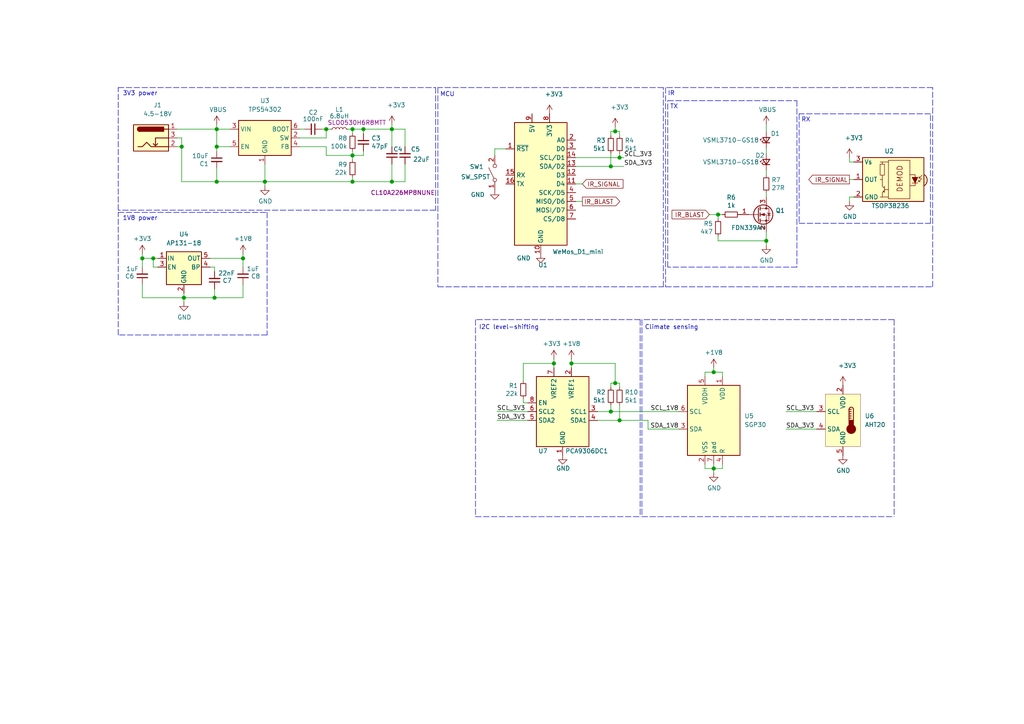
<source format=kicad_sch>
(kicad_sch (version 20210126) (generator eeschema)
  (paper "A4")
  (title_block (title "WiFIR") (rev "0.3") (comment 4 "WiFi connected IR blaster / reciever"))
  (lib_symbols
    (symbol "Connector:Barrel_Jack_Switch" (pin_names hide)
      (property "Reference" "J" (at 0 5.334 0))
      (property "Value" "Barrel_Jack_Switch" (at 0 -5.08 0))
      (symbol "Barrel_Jack_Switch_0_1"
        (arc (start -3.302 3.175) (end -3.302 1.905) (radius (at -3.302 2.54) (length 0.635) (angles 90.1 -90.1)) (stroke (width 0.254)) (fill (type outline)))
        (arc (start -3.302 3.175) (end -3.302 1.905) (radius (at -3.302 2.54) (length 0.635) (angles 90.1 -90.1)) (stroke (width 0.254)))
        (rectangle (start -5.08 3.81) (end 5.08 -3.81) (stroke (width 0.254)) (fill (type background)))
        (rectangle (start 3.683 3.175) (end -3.302 1.905) (stroke (width 0.254)) (fill (type outline)))
        (polyline (pts (xy 1.27 -2.286) (xy 1.905 -1.651)) (stroke (width 0.254)))
        (polyline (pts (xy 5.08 2.54) (xy 3.81 2.54)) (stroke (width 0.254)))
        (polyline (pts (xy 5.08 0) (xy 1.27 0) (xy 1.27 -2.286) (xy 0.635 -1.651)) (stroke (width 0.254)))
        (polyline (pts (xy -3.81 -2.54) (xy -2.54 -2.54) (xy -1.27 -1.27) (xy 0 -2.54) (xy 2.54 -2.54) (xy 5.08 -2.54)) (stroke (width 0.254)))
      )
      (symbol "Barrel_Jack_Switch_1_1"
        (pin passive line (at 7.62 2.54 180) (length 2.54) (name "~") (number "1"))
        (pin passive line (at 7.62 -2.54 180) (length 2.54) (name "~") (number "2"))
        (pin passive line (at 7.62 0 180) (length 2.54) (name "~") (number "3"))
      )
    )
    (symbol "Device:C_Small" (pin_numbers hide) (pin_names (offset 0.254) hide)
      (property "Reference" "C" (at 0.254 1.778 0))
      (property "Value" "C_Small" (at 0.254 -2.032 0))
      (symbol "C_Small_0_1"
        (polyline (pts (xy -1.524 -0.508) (xy 1.524 -0.508)) (stroke (width 0.3302)))
        (polyline (pts (xy -1.524 0.508) (xy 1.524 0.508)) (stroke (width 0.3048)))
      )
      (symbol "C_Small_1_1"
        (pin passive line (at 0 2.54 270) (length 2.032) (name "~") (number "1"))
        (pin passive line (at 0 -2.54 90) (length 2.032) (name "~") (number "2"))
      )
    )
    (symbol "Device:LED_Small" (pin_numbers hide) (pin_names (offset 0.254) hide)
      (property "Reference" "D" (at -1.27 3.175 0))
      (property "Value" "LED_Small" (at -4.445 -2.54 0))
      (symbol "LED_Small_0_1"
        (polyline (pts (xy -0.762 -1.016) (xy -0.762 1.016)) (stroke (width 0.254)))
        (polyline (pts (xy 1.016 0) (xy -0.762 0)))
        (polyline (pts (xy 0.762 -1.016) (xy -0.762 0) (xy 0.762 1.016) (xy 0.762 -1.016)) (stroke (width 0.254)))
        (polyline (pts (xy 0 0.762) (xy -0.508 1.27) (xy -0.254 1.27) (xy -0.508 1.27) (xy -0.508 1.016)))
        (polyline (pts (xy 0.508 1.27) (xy 0 1.778) (xy 0.254 1.778) (xy 0 1.778) (xy 0 1.524)))
      )
      (symbol "LED_Small_1_1"
        (pin passive line (at -2.54 0 0) (length 1.778) (name "K") (number "1"))
        (pin passive line (at 2.54 0 180) (length 1.778) (name "A") (number "2"))
      )
    )
    (symbol "Device:L_Small" (pin_numbers hide) (pin_names (offset 0.254) hide)
      (property "Reference" "L" (at 0.762 1.016 0))
      (property "Value" "L_Small" (at 0.762 -1.016 0))
      (symbol "L_Small_0_1"
        (arc (start 0 -2.032) (end 0 -1.016) (radius (at 0 -1.524) (length 0.508) (angles -89.9 89.9)))
        (arc (start 0 -1.016) (end 0 0) (radius (at 0 -0.508) (length 0.508) (angles -89.9 89.9)))
        (arc (start 0 0) (end 0 1.016) (radius (at 0 0.508) (length 0.508) (angles -89.9 89.9)))
        (arc (start 0 1.016) (end 0 2.032) (radius (at 0 1.524) (length 0.508) (angles -89.9 89.9)))
      )
      (symbol "L_Small_1_1"
        (pin passive line (at 0 2.54 270) (length 0.508) (name "~") (number "1"))
        (pin passive line (at 0 -2.54 90) (length 0.508) (name "~") (number "2"))
      )
    )
    (symbol "Device:Q_NMOS_GSD" (pin_names (offset 0) hide)
      (property "Reference" "Q" (at 5.08 1.27 0))
      (property "Value" "Q_NMOS_GSD" (at 5.08 -1.27 0))
      (symbol "Q_NMOS_GSD_0_1"
        (circle (center 1.651 0) (radius 2.794) (stroke (width 0.254)))
        (circle (center 2.54 -1.778) (radius 0.254) (fill (type outline)))
        (circle (center 2.54 1.778) (radius 0.254) (fill (type outline)))
        (polyline (pts (xy 0.254 0) (xy -2.54 0)))
        (polyline (pts (xy 0.254 1.905) (xy 0.254 -1.905)) (stroke (width 0.254)))
        (polyline (pts (xy 0.762 -1.27) (xy 0.762 -2.286)) (stroke (width 0.254)))
        (polyline (pts (xy 0.762 0.508) (xy 0.762 -0.508)) (stroke (width 0.254)))
        (polyline (pts (xy 0.762 2.286) (xy 0.762 1.27)) (stroke (width 0.254)))
        (polyline (pts (xy 2.54 2.54) (xy 2.54 1.778)))
        (polyline (pts (xy 2.54 -2.54) (xy 2.54 0) (xy 0.762 0)))
        (polyline (pts (xy 0.762 -1.778) (xy 3.302 -1.778) (xy 3.302 1.778) (xy 0.762 1.778)))
        (polyline (pts (xy 1.016 0) (xy 2.032 0.381) (xy 2.032 -0.381) (xy 1.016 0)) (fill (type outline)))
        (polyline (pts (xy 2.794 0.508) (xy 2.921 0.381) (xy 3.683 0.381) (xy 3.81 0.254)))
        (polyline (pts (xy 3.302 0.381) (xy 2.921 -0.254) (xy 3.683 -0.254) (xy 3.302 0.381)))
      )
      (symbol "Q_NMOS_GSD_1_1"
        (pin input line (at -5.08 0 0) (length 2.54) (name "G") (number "1"))
        (pin passive line (at 2.54 -5.08 90) (length 2.54) (name "S") (number "2"))
        (pin passive line (at 2.54 5.08 270) (length 2.54) (name "D") (number "3"))
      )
    )
    (symbol "Device:R_Small" (pin_numbers hide) (pin_names (offset 0.254) hide)
      (property "Reference" "R" (at 0.762 0.508 0))
      (property "Value" "R_Small" (at 0.762 -1.016 0))
      (symbol "R_Small_0_1"
        (rectangle (start -0.762 1.778) (end 0.762 -1.778) (stroke (width 0.2032)))
      )
      (symbol "R_Small_1_1"
        (pin passive line (at 0 2.54 270) (length 0.762) (name "~") (number "1"))
        (pin passive line (at 0 -2.54 90) (length 0.762) (name "~") (number "2"))
      )
    )
    (symbol "Interface:PCA9306DC1"
      (property "Reference" "U" (at -7.62 11.43 0))
      (property "Value" "PCA9306DC1" (at 3.81 11.43 0))
      (symbol "PCA9306DC1_0_1"
        (rectangle (start -7.62 10.16) (end 7.62 -10.16) (stroke (width 0.254)) (fill (type background)))
      )
      (symbol "PCA9306DC1_1_1"
        (pin power_in line (at 0 -12.7 90) (length 2.54) (name "GND") (number "1"))
        (pin power_in line (at -2.54 12.7 270) (length 2.54) (name "VREF1") (number "2"))
        (pin bidirectional line (at -10.16 0 0) (length 2.54) (name "SCL1") (number "3"))
        (pin bidirectional line (at -10.16 -2.54 0) (length 2.54) (name "SDA1") (number "4"))
        (pin bidirectional line (at 10.16 -2.54 180) (length 2.54) (name "SDA2") (number "5"))
        (pin bidirectional line (at 10.16 0 180) (length 2.54) (name "SCL2") (number "6"))
        (pin power_in line (at 2.54 12.7 270) (length 2.54) (name "VREF2") (number "7"))
        (pin input line (at 10.16 2.54 180) (length 2.54) (name "EN") (number "8"))
      )
    )
    (symbol "Interface_Optical:TSOP382xx"
      (property "Reference" "U" (at -10.16 7.62 0))
      (property "Value" "TSOP382xx" (at -10.16 -7.62 0))
      (symbol "TSOP382xx_0_0"
        (arc (start -10.287 1.397) (end -10.287 -1.778) (radius (at -9.144 -0.1778) (length 1.9558) (angles 126 -125.5)) (stroke (width 0.254)) (fill (type background)))
        (text "DEMOD" (at -3.175 0.254 900) (effects (font (size 1.524 1.524))))
        (polyline (pts (xy 1.905 -5.08) (xy 0.127 -5.08)))
        (polyline (pts (xy 1.905 5.08) (xy 0.127 5.08)))
      )
      (symbol "TSOP382xx_0_1"
        (rectangle (start -6.096 5.588) (end 0.127 -5.588))
        (rectangle (start 2.54 1.27) (end 1.27 4.445))
        (rectangle (start 7.62 6.35) (end -10.16 -6.35) (stroke (width 0.254)) (fill (type background)))
        (polyline (pts (xy -8.763 0.381) (xy -9.652 1.27)))
        (polyline (pts (xy -8.763 0.381) (xy -9.271 0.381)))
        (polyline (pts (xy -8.763 0.381) (xy -8.763 0.889)))
        (polyline (pts (xy -8.636 -0.635) (xy -9.525 0.254)))
        (polyline (pts (xy -8.636 -0.635) (xy -9.144 -0.635)))
        (polyline (pts (xy -8.636 -0.635) (xy -8.636 -0.127)))
        (polyline (pts (xy -8.382 -1.016) (xy -6.731 -1.016)))
        (polyline (pts (xy 1.27 -2.921) (xy 0.127 -2.921)))
        (polyline (pts (xy 1.27 -1.905) (xy 1.27 -3.81)))
        (polyline (pts (xy 1.397 -3.556) (xy 1.524 -3.556)))
        (polyline (pts (xy 1.651 -3.556) (xy 1.524 -3.556)))
        (polyline (pts (xy 1.651 -3.556) (xy 1.651 -3.302)))
        (polyline (pts (xy 1.905 0) (xy 1.905 1.27)))
        (polyline (pts (xy 1.905 4.445) (xy 1.905 5.08) (xy 2.54 5.08)))
        (polyline (pts (xy -8.382 0.635) (xy -6.731 0.635) (xy -7.62 -1.016) (xy -8.382 0.635)) (fill (type outline)))
        (polyline (pts (xy -6.096 1.397) (xy -7.62 1.397) (xy -7.62 -1.778) (xy -6.096 -1.778)))
        (polyline (pts (xy 1.27 -3.175) (xy 1.905 -3.81) (xy 1.905 -5.08) (xy 2.54 -5.08)))
        (polyline (pts (xy 1.27 -2.54) (xy 1.905 -1.905) (xy 1.905 0) (xy 2.54 0)))
      )
      (symbol "TSOP382xx_1_1"
        (pin output line (at 10.16 0 180) (length 2.54) (name "OUT") (number "1"))
        (pin power_in line (at 10.16 -5.08 180) (length 2.54) (name "GND") (number "2"))
        (pin power_in line (at 10.16 5.08 180) (length 2.54) (name "Vs") (number "3"))
      )
    )
    (symbol "MCU_Module:WeMos_D1_mini"
      (property "Reference" "U" (at 3.81 19.05 0))
      (property "Value" "WeMos_D1_mini" (at 1.27 -19.05 0))
      (symbol "WeMos_D1_mini_1_1"
        (rectangle (start -7.62 17.78) (end 7.62 -17.78) (stroke (width 0.254)) (fill (type background)))
        (pin input line (at -10.16 10.16 0) (length 2.54) (name "~RST") (number "1"))
        (pin power_in line (at 0 -20.32 90) (length 2.54) (name "GND") (number "10"))
        (pin bidirectional line (at 10.16 0 180) (length 2.54) (name "D4") (number "11"))
        (pin bidirectional line (at 10.16 2.54 180) (length 2.54) (name "D3") (number "12"))
        (pin bidirectional line (at 10.16 5.08 180) (length 2.54) (name "SDA/D2") (number "13"))
        (pin bidirectional line (at 10.16 7.62 180) (length 2.54) (name "SCL/D1") (number "14"))
        (pin input line (at -10.16 2.54 0) (length 2.54) (name "RX") (number "15"))
        (pin output line (at -10.16 0 0) (length 2.54) (name "TX") (number "16"))
        (pin input line (at 10.16 12.7 180) (length 2.54) (name "A0") (number "2"))
        (pin bidirectional line (at 10.16 10.16 180) (length 2.54) (name "D0") (number "3"))
        (pin bidirectional line (at 10.16 -2.54 180) (length 2.54) (name "SCK/D5") (number "4"))
        (pin bidirectional line (at 10.16 -5.08 180) (length 2.54) (name "MISO/D6") (number "5"))
        (pin bidirectional line (at 10.16 -7.62 180) (length 2.54) (name "MOSI/D7") (number "6"))
        (pin bidirectional line (at 10.16 -10.16 180) (length 2.54) (name "CS/D8") (number "7"))
        (pin power_out line (at 2.54 20.32 270) (length 2.54) (name "3V3") (number "8"))
        (pin power_in line (at -2.54 20.32 270) (length 2.54) (name "5V") (number "9"))
      )
    )
    (symbol "Regulator_Linear:AP131-18" (pin_names (offset 0.254))
      (property "Reference" "U" (at -3.81 5.715 0))
      (property "Value" "AP131-18" (at 0 5.715 0))
      (symbol "AP131-18_0_1"
        (rectangle (start -5.08 4.445) (end 5.08 -5.08) (stroke (width 0.254)) (fill (type background)))
      )
      (symbol "AP131-18_1_1"
        (pin power_in line (at -7.62 2.54 0) (length 2.54) (name "IN") (number "1"))
        (pin power_in line (at 0 -7.62 90) (length 2.54) (name "GND") (number "2"))
        (pin input line (at -7.62 0 0) (length 2.54) (name "EN") (number "3"))
        (pin input line (at 7.62 0 180) (length 2.54) (name "BP") (number "4"))
        (pin power_out line (at 7.62 2.54 180) (length 2.54) (name "OUT") (number "5"))
      )
    )
    (symbol "Regulator_Switching:TPS54302"
      (property "Reference" "U" (at -7.62 6.35 0))
      (property "Value" "TPS54302" (at 0 6.35 0))
      (symbol "TPS54302_0_1"
        (rectangle (start -7.62 5.08) (end 7.62 -5.08) (stroke (width 0.254)) (fill (type background)))
      )
      (symbol "TPS54302_1_1"
        (pin power_in line (at 0 -7.62 90) (length 2.54) (name "GND") (number "1"))
        (pin power_out line (at 10.16 0 180) (length 2.54) (name "SW") (number "2"))
        (pin power_in line (at -10.16 2.54 0) (length 2.54) (name "VIN") (number "3"))
        (pin input line (at 10.16 -2.54 180) (length 2.54) (name "FB") (number "4"))
        (pin input line (at -10.16 -2.54 0) (length 2.54) (name "EN") (number "5"))
        (pin passive line (at 10.16 2.54 180) (length 2.54) (name "BOOT") (number "6"))
      )
    )
    (symbol "Sensor:SGP30"
      (property "Reference" "U" (at -38.1 -27.94 0))
      (property "Value" "SGP30" (at -38.1 -27.94 0))
      (symbol "SGP30_0_1"
        (rectangle (start -7.62 10.16) (end 7.62 -10.16) (stroke (width 0.254)) (fill (type background)))
      )
      (symbol "SGP30_1_1"
        (pin power_in line (at 2.54 12.7 270) (length 2.54) (name "VDD") (number "1"))
        (pin power_in line (at -2.54 12.7 270) (length 2.54) (name "VDDH") (number "5"))
        (pin power_in line (at -2.54 -12.7 90) (length 2.54) (name "VSS") (number "2"))
        (pin input line (at 2.54 -12.7 90) (length 2.54) (name "R") (number "4"))
        (pin input line (at -10.16 2.54 0) (length 2.54) (name "SCL") (number "6"))
        (pin input line (at -10.16 -2.54 0) (length 2.54) (name "SDA") (number "3"))
        (pin power_in line (at 0 -12.7 90) (length 2.54) (name "pad") (number "7"))
      )
    )
    (symbol "Sensor_Temperature:AHT20"
      (property "Reference" "U" (at -5.08 10.16 0))
      (property "Value" "AHT20" (at 5.08 10.16 0))
      (symbol "AHT20_0_1"
        (arc (start 3.048 3.175) (end 1.778 3.175) (radius (at 2.413 3.175) (length 0.635) (angles 0.1 179.9)) (stroke (width 0.254)))
        (circle (center 2.413 -2.54) (radius 1.27) (stroke (width 0.254)) (fill (type outline)))
        (rectangle (start 3.048 -1.905) (end 1.778 0) (stroke (width 0.254)) (fill (type outline)))
        (rectangle (start -5.08 7.62) (end 5.08 -7.62) (stroke (width 0.001)) (fill (type background)))
        (polyline (pts (xy 1.778 0.635) (xy 2.413 0.635)) (stroke (width 0.254)))
        (polyline (pts (xy 1.778 1.27) (xy 2.413 1.27)) (stroke (width 0.254)))
        (polyline (pts (xy 1.778 1.905) (xy 2.413 1.905)) (stroke (width 0.254)))
        (polyline (pts (xy 1.778 2.54) (xy 2.413 2.54)) (stroke (width 0.254)))
        (polyline (pts (xy 1.778 3.175) (xy 1.778 0)) (stroke (width 0.254)))
        (polyline (pts (xy 1.778 3.175) (xy 2.413 3.175)) (stroke (width 0.254)))
        (polyline (pts (xy 3.048 3.175) (xy 3.048 0)) (stroke (width 0.254)))
      )
      (symbol "AHT20_1_1"
        (pin no_connect line (at -7.62 5.08 0) (length 2.54) hide (name "~") (number "1"))
        (pin power_in line (at 0 10.16 270) (length 2.54) (name "VDD") (number "2"))
        (pin open_collector line (at -7.62 2.54 0) (length 2.54) (name "SCL") (number "3"))
        (pin power_in line (at 0 -10.16 90) (length 2.54) (name "GND") (number "5"))
        (pin input line (at -7.62 -2.54 0) (length 2.54) (name "SDA") (number "4"))
        (pin no_connect line (at -7.62 -5.08 0) (length 2.54) hide (name "~") (number "6"))
      )
    )
    (symbol "Switch:SW_SPST" (pin_names (offset 0) hide)
      (property "Reference" "SW" (at 0 3.175 0))
      (property "Value" "SW_SPST" (at 0 -2.54 0))
      (symbol "SW_SPST_0_0"
        (circle (center -2.032 0) (radius 0.508))
        (circle (center 2.032 0) (radius 0.508))
        (polyline (pts (xy -1.524 0.254) (xy 1.524 1.778)))
      )
      (symbol "SW_SPST_1_1"
        (pin passive line (at -5.08 0 0) (length 2.54) (name "A") (number "1"))
        (pin passive line (at 5.08 0 180) (length 2.54) (name "B") (number "2"))
      )
    )
    (symbol "power:+1V8" (power) (pin_names (offset 0))
      (property "Value" "+1V8" (at 0 3.556 0))
      (symbol "+1V8_0_1"
        (polyline (pts (xy -0.762 1.27) (xy 0 2.54)))
        (polyline (pts (xy 0 0) (xy 0 2.54)))
        (polyline (pts (xy 0 2.54) (xy 0.762 1.27)))
      )
      (symbol "+1V8_1_1"
        (pin power_in line (at 0 0 90) (length 0) hide (name "+1V8") (number "1"))
      )
    )
    (symbol "power:+3V3" (power) (pin_names (offset 0))
      (property "Value" "+3V3" (at 0 3.556 0))
      (symbol "+3V3_0_1"
        (polyline (pts (xy -0.762 1.27) (xy 0 2.54)))
        (polyline (pts (xy 0 0) (xy 0 2.54)))
        (polyline (pts (xy 0 2.54) (xy 0.762 1.27)))
      )
      (symbol "+3V3_1_1"
        (pin power_in line (at 0 0 90) (length 0) hide (name "+3V3") (number "1"))
      )
    )
    (symbol "power:GND" (power) (pin_names (offset 0))
      (property "Value" "GND" (at 0 -3.81 0))
      (symbol "GND_0_1"
        (polyline (pts (xy 0 0) (xy 0 -1.27) (xy 1.27 -1.27) (xy 0 -2.54) (xy -1.27 -1.27) (xy 0 -1.27)))
      )
      (symbol "GND_1_1"
        (pin power_in line (at 0 0 270) (length 0) hide (name "GND") (number "1"))
      )
    )
    (symbol "power:VBUS" (power) (pin_names (offset 0))
      (property "Value" "VBUS" (at 0 3.81 0))
      (symbol "VBUS_0_1"
        (polyline (pts (xy -0.762 1.27) (xy 0 2.54)))
        (polyline (pts (xy 0 0) (xy 0 2.54)))
        (polyline (pts (xy 0 2.54) (xy 0.762 1.27)))
      )
      (symbol "VBUS_1_1"
        (pin power_in line (at 0 0 90) (length 0) hide (name "VBUS") (number "1"))
      )
    )
  )
  (junction (at 41.275 74.93) (diameter 1.016))
  (junction (at 44.45 74.93) (diameter 1.016))
  (junction (at 52.705 42.545) (diameter 1.016))
  (junction (at 53.34 86.36) (diameter 1.016))
  (junction (at 62.23 86.36) (diameter 1.016))
  (junction (at 62.865 37.465) (diameter 1.016))
  (junction (at 62.865 42.545) (diameter 1.016))
  (junction (at 62.865 52.705) (diameter 1.016))
  (junction (at 70.485 74.93) (diameter 1.016))
  (junction (at 76.835 52.705) (diameter 1.016))
  (junction (at 94.615 37.465) (diameter 1.016))
  (junction (at 102.235 37.465) (diameter 1.016))
  (junction (at 102.235 45.085) (diameter 1.016))
  (junction (at 102.235 52.705) (diameter 1.016))
  (junction (at 105.41 37.465) (diameter 1.016))
  (junction (at 113.665 37.465) (diameter 1.016))
  (junction (at 113.665 52.705) (diameter 1.016))
  (junction (at 160.655 105.41) (diameter 1.016))
  (junction (at 165.735 105.41) (diameter 1.016))
  (junction (at 177.165 48.26) (diameter 1.016))
  (junction (at 177.165 119.38) (diameter 1.016))
  (junction (at 178.435 38.1) (diameter 1.016))
  (junction (at 178.435 111.125) (diameter 1.016))
  (junction (at 179.705 45.72) (diameter 1.016))
  (junction (at 179.705 121.92) (diameter 1.016))
  (junction (at 207.01 107.95) (diameter 1.016))
  (junction (at 207.01 135.89) (diameter 1.016))
  (junction (at 208.28 62.23) (diameter 1.016))
  (junction (at 222.25 69.85) (diameter 1.016))
  (wire (pts (xy 41.275 73.66) (xy 41.275 74.93)))
  (wire (pts (xy 41.275 74.93) (xy 44.45 74.93)))
  (wire (pts (xy 41.275 77.47) (xy 41.275 74.93)))
  (wire (pts (xy 41.275 82.55) (xy 41.275 86.36)))
  (wire (pts (xy 41.275 86.36) (xy 53.34 86.36)))
  (wire (pts (xy 44.45 74.93) (xy 45.72 74.93)))
  (wire (pts (xy 44.45 77.47) (xy 44.45 74.93)))
  (wire (pts (xy 45.72 77.47) (xy 44.45 77.47)))
  (wire (pts (xy 51.435 37.465) (xy 62.865 37.465)))
  (wire (pts (xy 51.435 40.005) (xy 52.705 40.005)))
  (wire (pts (xy 51.435 42.545) (xy 52.705 42.545)))
  (wire (pts (xy 52.705 40.005) (xy 52.705 42.545)))
  (wire (pts (xy 52.705 42.545) (xy 52.705 52.705)))
  (wire (pts (xy 52.705 52.705) (xy 62.865 52.705)))
  (wire (pts (xy 53.34 85.09) (xy 53.34 86.36)))
  (wire (pts (xy 53.34 86.36) (xy 53.34 87.63)))
  (wire (pts (xy 53.34 86.36) (xy 62.23 86.36)))
  (wire (pts (xy 60.96 74.93) (xy 70.485 74.93)))
  (wire (pts (xy 62.23 77.47) (xy 60.96 77.47)))
  (wire (pts (xy 62.23 78.74) (xy 62.23 77.47)))
  (wire (pts (xy 62.23 86.36) (xy 62.23 83.82)))
  (wire (pts (xy 62.865 36.195) (xy 62.865 37.465)))
  (wire (pts (xy 62.865 37.465) (xy 62.865 42.545)))
  (wire (pts (xy 62.865 37.465) (xy 66.675 37.465)))
  (wire (pts (xy 62.865 42.545) (xy 62.865 43.815)))
  (wire (pts (xy 62.865 42.545) (xy 66.675 42.545)))
  (wire (pts (xy 62.865 48.895) (xy 62.865 52.705)))
  (wire (pts (xy 70.485 74.93) (xy 70.485 73.66)))
  (wire (pts (xy 70.485 74.93) (xy 70.485 77.47)))
  (wire (pts (xy 70.485 82.55) (xy 70.485 86.36)))
  (wire (pts (xy 70.485 86.36) (xy 62.23 86.36)))
  (wire (pts (xy 76.835 47.625) (xy 76.835 52.705)))
  (wire (pts (xy 76.835 52.705) (xy 62.865 52.705)))
  (wire (pts (xy 76.835 52.705) (xy 76.835 53.975)))
  (wire (pts (xy 86.995 37.465) (xy 88.265 37.465)))
  (wire (pts (xy 86.995 40.005) (xy 94.615 40.005)))
  (wire (pts (xy 86.995 42.545) (xy 94.615 42.545)))
  (wire (pts (xy 93.345 37.465) (xy 94.615 37.465)))
  (wire (pts (xy 94.615 37.465) (xy 94.615 40.005)))
  (wire (pts (xy 94.615 37.465) (xy 95.885 37.465)))
  (wire (pts (xy 94.615 42.545) (xy 94.615 45.085)))
  (wire (pts (xy 94.615 45.085) (xy 102.235 45.085)))
  (wire (pts (xy 100.965 37.465) (xy 102.235 37.465)))
  (wire (pts (xy 102.235 37.465) (xy 105.41 37.465)))
  (wire (pts (xy 102.235 38.735) (xy 102.235 37.465)))
  (wire (pts (xy 102.235 43.815) (xy 102.235 45.085)))
  (wire (pts (xy 102.235 45.085) (xy 102.235 46.355)))
  (wire (pts (xy 102.235 45.085) (xy 105.41 45.085)))
  (wire (pts (xy 102.235 51.435) (xy 102.235 52.705)))
  (wire (pts (xy 102.235 52.705) (xy 76.835 52.705)))
  (wire (pts (xy 102.235 52.705) (xy 113.665 52.705)))
  (wire (pts (xy 105.41 37.465) (xy 105.41 38.735)))
  (wire (pts (xy 105.41 37.465) (xy 113.665 37.465)))
  (wire (pts (xy 105.41 45.085) (xy 105.41 43.815)))
  (wire (pts (xy 113.665 36.195) (xy 113.665 37.465)))
  (wire (pts (xy 113.665 37.465) (xy 113.665 42.545)))
  (wire (pts (xy 113.665 37.465) (xy 117.475 37.465)))
  (wire (pts (xy 113.665 47.625) (xy 113.665 52.705)))
  (wire (pts (xy 117.475 37.465) (xy 117.475 42.545)))
  (wire (pts (xy 117.475 47.625) (xy 117.475 52.705)))
  (wire (pts (xy 117.475 52.705) (xy 113.665 52.705)))
  (wire (pts (xy 143.51 43.18) (xy 146.685 43.18)))
  (wire (pts (xy 143.51 45.085) (xy 143.51 43.18)))
  (wire (pts (xy 144.145 119.38) (xy 153.035 119.38)))
  (wire (pts (xy 144.145 121.92) (xy 153.035 121.92)))
  (wire (pts (xy 151.765 105.41) (xy 151.765 110.49)))
  (wire (pts (xy 151.765 115.57) (xy 151.765 116.84)))
  (wire (pts (xy 151.765 116.84) (xy 153.035 116.84)))
  (wire (pts (xy 160.655 104.14) (xy 160.655 105.41)))
  (wire (pts (xy 160.655 105.41) (xy 151.765 105.41)))
  (wire (pts (xy 160.655 106.68) (xy 160.655 105.41)))
  (wire (pts (xy 165.735 104.14) (xy 165.735 105.41)))
  (wire (pts (xy 165.735 105.41) (xy 165.735 106.68)))
  (wire (pts (xy 167.005 45.72) (xy 179.705 45.72)))
  (wire (pts (xy 167.005 48.26) (xy 177.165 48.26)))
  (wire (pts (xy 167.005 53.34) (xy 168.91 53.34)))
  (wire (pts (xy 167.005 58.42) (xy 168.91 58.42)))
  (wire (pts (xy 173.355 119.38) (xy 177.165 119.38)))
  (wire (pts (xy 177.165 38.1) (xy 178.435 38.1)))
  (wire (pts (xy 177.165 39.37) (xy 177.165 38.1)))
  (wire (pts (xy 177.165 44.45) (xy 177.165 48.26)))
  (wire (pts (xy 177.165 48.26) (xy 180.975 48.26)))
  (wire (pts (xy 177.165 111.125) (xy 177.165 112.395)))
  (wire (pts (xy 177.165 117.475) (xy 177.165 119.38)))
  (wire (pts (xy 177.165 119.38) (xy 196.85 119.38)))
  (wire (pts (xy 178.435 38.1) (xy 178.435 36.83)))
  (wire (pts (xy 178.435 38.1) (xy 179.705 38.1)))
  (wire (pts (xy 178.435 105.41) (xy 165.735 105.41)))
  (wire (pts (xy 178.435 111.125) (xy 177.165 111.125)))
  (wire (pts (xy 178.435 111.125) (xy 178.435 105.41)))
  (wire (pts (xy 179.705 38.1) (xy 179.705 39.37)))
  (wire (pts (xy 179.705 45.72) (xy 179.705 44.45)))
  (wire (pts (xy 179.705 111.125) (xy 178.435 111.125)))
  (wire (pts (xy 179.705 112.395) (xy 179.705 111.125)))
  (wire (pts (xy 179.705 117.475) (xy 179.705 121.92)))
  (wire (pts (xy 179.705 121.92) (xy 173.355 121.92)))
  (wire (pts (xy 180.975 45.72) (xy 179.705 45.72)))
  (wire (pts (xy 187.96 121.92) (xy 179.705 121.92)))
  (wire (pts (xy 187.96 124.46) (xy 187.96 121.92)))
  (wire (pts (xy 196.85 124.46) (xy 187.96 124.46)))
  (wire (pts (xy 204.47 107.95) (xy 204.47 109.22)))
  (wire (pts (xy 204.47 134.62) (xy 204.47 135.89)))
  (wire (pts (xy 204.47 135.89) (xy 207.01 135.89)))
  (wire (pts (xy 207.01 106.68) (xy 207.01 107.95)))
  (wire (pts (xy 207.01 107.95) (xy 204.47 107.95)))
  (wire (pts (xy 207.01 107.95) (xy 209.55 107.95)))
  (wire (pts (xy 207.01 134.62) (xy 207.01 135.89)))
  (wire (pts (xy 207.01 135.89) (xy 207.01 137.16)))
  (wire (pts (xy 207.01 135.89) (xy 209.55 135.89)))
  (wire (pts (xy 208.28 62.23) (xy 205.74 62.23)))
  (wire (pts (xy 208.28 62.23) (xy 209.55 62.23)))
  (wire (pts (xy 208.28 63.5) (xy 208.28 62.23)))
  (wire (pts (xy 208.28 68.58) (xy 208.28 69.85)))
  (wire (pts (xy 208.28 69.85) (xy 222.25 69.85)))
  (wire (pts (xy 209.55 107.95) (xy 209.55 109.22)))
  (wire (pts (xy 209.55 135.89) (xy 209.55 134.62)))
  (wire (pts (xy 222.25 36.195) (xy 222.25 38.1)))
  (wire (pts (xy 222.25 43.18) (xy 222.25 44.45)))
  (wire (pts (xy 222.25 49.53) (xy 222.25 50.8)))
  (wire (pts (xy 222.25 55.88) (xy 222.25 57.15)))
  (wire (pts (xy 222.25 69.85) (xy 222.25 67.31)))
  (wire (pts (xy 222.25 71.12) (xy 222.25 69.85)))
  (wire (pts (xy 227.965 119.38) (xy 236.855 119.38)))
  (wire (pts (xy 227.965 124.46) (xy 236.855 124.46)))
  (wire (pts (xy 246.38 45.72) (xy 246.38 46.99)))
  (wire (pts (xy 246.38 52.07) (xy 247.65 52.07)))
  (wire (pts (xy 246.38 57.15) (xy 246.38 58.42)))
  (wire (pts (xy 247.65 46.99) (xy 246.38 46.99)))
  (wire (pts (xy 247.65 57.15) (xy 246.38 57.15)))
  (polyline (pts (xy 34.29 25.4) (xy 126.365 25.4)) (stroke (width 0) (type dash)))
  (polyline (pts (xy 34.29 60.96) (xy 34.29 25.4)) (stroke (width 0) (type dash)))
  (polyline (pts (xy 34.29 61.595) (xy 77.47 61.595)) (stroke (width 0) (type dash)))
  (polyline (pts (xy 34.29 97.155) (xy 34.29 61.595)) (stroke (width 0) (type dash)))
  (polyline (pts (xy 77.47 61.595) (xy 77.47 97.155)) (stroke (width 0) (type dash)))
  (polyline (pts (xy 77.47 97.155) (xy 34.29 97.155)) (stroke (width 0) (type dash)))
  (polyline (pts (xy 126.365 25.4) (xy 126.365 60.96)) (stroke (width 0) (type dash)))
  (polyline (pts (xy 126.365 60.96) (xy 34.29 60.96)) (stroke (width 0) (type dash)))
  (polyline (pts (xy 127 25.4) (xy 127 83.185)) (stroke (width 0) (type dash)))
  (polyline (pts (xy 127 83.185) (xy 192.405 83.185)) (stroke (width 0) (type dash)))
  (polyline (pts (xy 137.922 92.71) (xy 137.922 149.86)) (stroke (width 0) (type dash)))
  (polyline (pts (xy 137.922 149.86) (xy 185.674 149.86)) (stroke (width 0) (type dash)))
  (polyline (pts (xy 185.674 92.71) (xy 137.922 92.71)) (stroke (width 0) (type dash)))
  (polyline (pts (xy 185.674 92.71) (xy 185.674 149.86)) (stroke (width 0) (type dash)))
  (polyline (pts (xy 186.182 92.71) (xy 186.182 149.86)) (stroke (width 0) (type dash)))
  (polyline (pts (xy 186.182 149.86) (xy 259.334 149.86)) (stroke (width 0) (type dash)))
  (polyline (pts (xy 192.405 25.4) (xy 127 25.4)) (stroke (width 0) (type dash)))
  (polyline (pts (xy 192.405 83.185) (xy 192.405 25.4)) (stroke (width 0) (type dash)))
  (polyline (pts (xy 193.04 25.4) (xy 193.04 83.185)) (stroke (width 0) (type dash)))
  (polyline (pts (xy 193.04 83.185) (xy 270.51 83.185)) (stroke (width 0) (type dash)))
  (polyline (pts (xy 193.675 29.21) (xy 231.14 29.21)) (stroke (width 0) (type dash)))
  (polyline (pts (xy 193.675 77.47) (xy 193.675 29.21)) (stroke (width 0) (type dash)))
  (polyline (pts (xy 231.14 29.21) (xy 231.14 77.47)) (stroke (width 0) (type dash)))
  (polyline (pts (xy 231.14 77.47) (xy 193.675 77.47)) (stroke (width 0) (type dash)))
  (polyline (pts (xy 231.775 33.02) (xy 231.775 64.77)) (stroke (width 0) (type dash)))
  (polyline (pts (xy 231.775 64.77) (xy 269.875 64.77)) (stroke (width 0) (type dash)))
  (polyline (pts (xy 259.334 92.71) (xy 186.182 92.71)) (stroke (width 0) (type dash)))
  (polyline (pts (xy 259.334 92.71) (xy 259.334 149.86)) (stroke (width 0) (type dash)))
  (polyline (pts (xy 269.875 33.02) (xy 231.775 33.02)) (stroke (width 0) (type dash)))
  (polyline (pts (xy 269.875 64.77) (xy 269.875 33.02)) (stroke (width 0) (type dash)))
  (polyline (pts (xy 270.51 25.4) (xy 193.04 25.4)) (stroke (width 0) (type dash)))
  (polyline (pts (xy 270.51 83.185) (xy 270.51 25.4)) (stroke (width 0) (type dash)))
  (text "3V3 power" (at 35.56 27.94 0) (effects (font (size 1.27 1.27)) (justify left bottom)))
  (text "1V8 power" (at 35.56 64.135 0) (effects (font (size 1.27 1.27)) (justify left bottom)))
  (text "MCU" (at 127.635 28.194 0) (effects (font (size 1.27 1.27)) (justify left bottom)))
  (text "I2C level-shifting" (at 156.337 95.758 180) (effects (font (size 1.27 1.27)) (justify right bottom)))
  (text "IR" (at 193.675 27.94 0) (effects (font (size 1.27 1.27)) (justify left bottom)))
  (text "TX" (at 194.31 31.75 0) (effects (font (size 1.27 1.27)) (justify left bottom)))
  (text "Climate sensing" (at 202.565 95.758 180) (effects (font (size 1.27 1.27)) (justify right bottom)))
  (text "RX" (at 232.41 35.56 0) (effects (font (size 1.27 1.27)) (justify left bottom)))
  (label "SCL_3V3" (at 144.145 119.38 0))
  (label "SDA_3V3" (at 144.145 121.92 0))
  (label "SCL_3V3" (at 180.975 45.72 0))
  (label "SDA_3V3" (at 180.975 48.26 0))
  (label "SCL_1V8" (at 196.85 119.38 180))
  (label "SDA_1V8" (at 196.85 124.46 180))
  (label "SCL_3V3" (at 227.965 119.38 0))
  (label "SDA_3V3" (at 227.965 124.46 0))
  (global_label "IR_SIGNAL" (shape input) (at 168.91 53.34 0) (property "Intersheet References" "${INTERSHEET_REFS}" (effects hide)))
  (global_label "IR_BLAST" (shape output) (at 168.91 58.42 0) (property "Intersheet References" "${INTERSHEET_REFS}" (effects hide)))
  (global_label "IR_BLAST" (shape input) (at 205.74 62.23 180) (property "Intersheet References" "${INTERSHEET_REFS}" (effects hide)))
  (global_label "IR_SIGNAL" (shape output) (at 246.38 52.07 180) (property "Intersheet References" "${INTERSHEET_REFS}" (effects hide)))
  (symbol (lib_id "Device:L_Small") (at 98.425 37.465 90) (unit 1)
    (property "Reference" "L1" (at 98.425 31.75 90))
    (property "Value" "6.8uH" (at 98.425 33.655 90))
    (property "Footprint" "Inductor_SMD:L_6.3x6.3_H3" (effects hide))
    (property "MPN" "SLO0530H6R8MTT" (at 103.505 35.56 90))
  )
  (symbol (lib_id "power:+3V3") (at 41.275 73.66 0) (unit 1)
    (property "Reference" "#PWR0104" (effects hide))
    (property "Value" "+3V3" (at 41.275 69.215 0))
  )
  (symbol (lib_id "power:VBUS") (at 62.865 36.195 0) (unit 1)
    (property "Reference" "#PWR0110" (effects hide))
    (property "Value" "VBUS" (at 63.246 31.8008 0))
  )
  (symbol (lib_id "power:+1V8") (at 70.485 73.66 0) (unit 1)
    (property "Reference" "#PWR0113" (effects hide))
    (property "Value" "+1V8" (at 70.485 69.215 0))
  )
  (symbol (lib_id "power:+3V3") (at 113.665 36.195 0) (unit 1)
    (property "Reference" "#PWR0112" (effects hide))
    (property "Value" "+3V3" (at 114.935 30.48 0))
  )
  (symbol (lib_id "power:+3V3") (at 159.385 33.02 0) (unit 1)
    (property "Reference" "#PWR0106" (effects hide))
    (property "Value" "+3V3" (at 160.655 27.305 0))
  )
  (symbol (lib_id "power:+3V3") (at 160.655 104.14 0) (unit 1)
    (property "Reference" "#PWR0120" (effects hide))
    (property "Value" "+3V3" (at 160.02 99.695 0))
  )
  (symbol (lib_id "power:+1V8") (at 165.735 104.14 0) (mirror y) (unit 1)
    (property "Reference" "#PWR0115" (effects hide))
    (property "Value" "+1V8" (at 165.735 99.695 0))
  )
  (symbol (lib_id "power:+3V3") (at 178.435 36.83 0) (unit 1)
    (property "Reference" "#PWR0105" (effects hide))
    (property "Value" "+3V3" (at 179.705 31.115 0))
  )
  (symbol (lib_id "power:+1V8") (at 207.01 106.68 0) (unit 1)
    (property "Reference" "#PWR0116" (effects hide))
    (property "Value" "+1V8" (at 207.01 102.235 0))
  )
  (symbol (lib_id "power:VBUS") (at 222.25 36.195 0) (unit 1)
    (property "Reference" "#PWR0101" (effects hide))
    (property "Value" "VBUS" (at 222.631 31.8008 0))
  )
  (symbol (lib_id "power:+3V3") (at 244.475 111.76 0) (unit 1)
    (property "Reference" "#PWR0119" (effects hide))
    (property "Value" "+3V3" (at 245.745 106.045 0))
  )
  (symbol (lib_id "power:+3V3") (at 246.38 45.72 0) (unit 1)
    (property "Reference" "#PWR0117" (effects hide))
    (property "Value" "+3V3" (at 247.65 40.005 0))
  )
  (symbol (lib_id "power:GND") (at 53.34 87.63 0) (unit 1)
    (property "Reference" "#PWR0107" (effects hide))
    (property "Value" "GND" (at 53.467 92.0242 0))
  )
  (symbol (lib_id "power:GND") (at 76.835 53.975 0) (unit 1)
    (property "Reference" "#PWR0111" (effects hide))
    (property "Value" "GND" (at 76.962 58.3692 0))
  )
  (symbol (lib_id "power:GND") (at 143.51 55.245 0) (unit 1)
    (property "Reference" "#PWR0109" (effects hide))
    (property "Value" "GND" (at 138.557 56.4642 0))
  )
  (symbol (lib_id "power:GND") (at 156.845 73.66 0) (unit 1)
    (property "Reference" "#PWR0108" (effects hide))
    (property "Value" "GND" (at 151.892 74.8792 0))
  )
  (symbol (lib_id "power:GND") (at 163.195 132.08 0) (unit 1)
    (property "Reference" "#PWR0121" (effects hide))
    (property "Value" "GND" (at 163.322 135.8392 0))
  )
  (symbol (lib_id "power:GND") (at 207.01 137.16 0) (unit 1)
    (property "Reference" "#PWR0114" (effects hide))
    (property "Value" "GND" (at 207.137 141.5542 0))
  )
  (symbol (lib_id "power:GND") (at 222.25 71.12 0) (unit 1)
    (property "Reference" "#PWR0102" (effects hide))
    (property "Value" "GND" (at 222.377 75.5142 0))
  )
  (symbol (lib_id "power:GND") (at 244.475 132.08 0) (unit 1)
    (property "Reference" "#PWR0118" (effects hide))
    (property "Value" "GND" (at 244.602 136.4742 0))
  )
  (symbol (lib_id "power:GND") (at 246.38 58.42 0) (unit 1)
    (property "Reference" "#PWR0103" (effects hide))
    (property "Value" "GND" (at 246.507 62.8142 0))
  )
  (symbol (lib_id "Device:R_Small") (at 102.235 41.275 0) (mirror x) (unit 1)
    (property "Reference" "R8" (at 100.7364 40.1066 0) (effects (justify right)))
    (property "Value" "100k" (at 100.736 42.418 0) (effects (justify right)))
    (property "Footprint" "Resistor_SMD:R_0603_1608Metric_Pad0.98x0.95mm_HandSolder" (effects hide))
  )
  (symbol (lib_id "Device:R_Small") (at 102.235 48.895 0) (mirror x) (unit 1)
    (property "Reference" "R9" (at 100.7364 47.7266 0) (effects (justify right)))
    (property "Value" "22k" (at 100.736 50.038 0) (effects (justify right)))
    (property "Footprint" "Resistor_SMD:R_0603_1608Metric_Pad0.98x0.95mm_HandSolder" (effects hide))
  )
  (symbol (lib_id "Device:R_Small") (at 151.765 113.03 0) (mirror x) (unit 1)
    (property "Reference" "R1" (at 150.2664 111.8616 0) (effects (justify right)))
    (property "Value" "22k" (at 150.266 114.173 0) (effects (justify right)))
    (property "Footprint" "Resistor_SMD:R_0603_1608Metric_Pad0.98x0.95mm_HandSolder" (effects hide))
  )
  (symbol (lib_id "Device:R_Small") (at 177.165 41.91 0) (mirror x) (unit 1)
    (property "Reference" "R3" (at 175.6664 40.7416 0) (effects (justify right)))
    (property "Value" "5k1" (at 175.6664 43.053 0) (effects (justify right)))
    (property "Footprint" "Resistor_SMD:R_0603_1608Metric_Pad0.98x0.95mm_HandSolder" (effects hide))
  )
  (symbol (lib_id "Device:R_Small") (at 177.165 114.935 0) (mirror x) (unit 1)
    (property "Reference" "R2" (at 175.6664 113.7666 0) (effects (justify right)))
    (property "Value" "5k1" (at 175.6664 116.078 0) (effects (justify right)))
    (property "Footprint" "Resistor_SMD:R_0603_1608Metric_Pad0.98x0.95mm_HandSolder" (effects hide))
  )
  (symbol (lib_id "Device:R_Small") (at 179.705 41.91 180) (unit 1)
    (property "Reference" "R4" (at 181.2036 40.7416 0) (effects (justify right)))
    (property "Value" "5k1" (at 181.204 43.053 0) (effects (justify right)))
    (property "Footprint" "Resistor_SMD:R_0603_1608Metric_Pad0.98x0.95mm_HandSolder" (effects hide))
  )
  (symbol (lib_id "Device:R_Small") (at 179.705 114.935 180) (unit 1)
    (property "Reference" "R10" (at 181.2036 113.7666 0) (effects (justify right)))
    (property "Value" "5k1" (at 181.2036 116.078 0) (effects (justify right)))
    (property "Footprint" "Resistor_SMD:R_0603_1608Metric_Pad0.98x0.95mm_HandSolder" (effects hide))
  )
  (symbol (lib_id "Device:R_Small") (at 208.28 66.04 0) (mirror x) (unit 1)
    (property "Reference" "R5" (at 206.7814 64.8716 0) (effects (justify right)))
    (property "Value" "4k7" (at 206.7814 67.183 0) (effects (justify right)))
    (property "Footprint" "Resistor_SMD:R_0603_1608Metric_Pad0.98x0.95mm_HandSolder" (effects hide))
  )
  (symbol (lib_id "Device:R_Small") (at 212.09 62.23 90) (mirror x) (unit 1)
    (property "Reference" "R6" (at 212.09 57.2516 90))
    (property "Value" "1k" (at 212.09 59.563 90))
    (property "Footprint" "Resistor_SMD:R_0603_1608Metric_Pad0.98x0.95mm_HandSolder" (effects hide))
  )
  (symbol (lib_id "Device:R_Small") (at 222.25 53.34 0) (unit 1)
    (property "Reference" "R7" (at 223.7486 52.1716 0) (effects (justify left)))
    (property "Value" "27R" (at 223.749 54.483 0) (effects (justify left)))
    (property "Footprint" "Resistor_SMD:R_0603_1608Metric_Pad0.98x0.95mm_HandSolder" (effects hide))
  )
  (symbol (lib_id "Device:LED_Small") (at 222.25 40.64 90) (unit 1)
    (property "Reference" "D1" (at 223.52 38.735 90) (effects (justify right)))
    (property "Value" "VSML3710-GS18" (at 203.835 40.64 90) (effects (justify right)))
    (property "Footprint" "LED_SMD:LED_PLCC-2" (effects hide))
  )
  (symbol (lib_id "Device:LED_Small") (at 222.25 46.99 90) (unit 1)
    (property "Reference" "D2" (at 219.075 45.085 90) (effects (justify right)))
    (property "Value" "VSML3710-GS18" (at 203.835 46.99 90) (effects (justify right)))
    (property "Footprint" "LED_SMD:LED_PLCC-2" (effects hide))
  )
  (symbol (lib_id "Device:C_Small") (at 41.275 80.01 0) (mirror x) (unit 1)
    (property "Reference" "C6" (at 38.9636 80.1116 0) (effects (justify right)))
    (property "Value" "1uF" (at 40.234 77.978 0) (effects (justify right)))
    (property "Footprint" "Capacitor_SMD:C_0603_1608Metric_Pad1.08x0.95mm_HandSolder" (effects hide))
  )
  (symbol (lib_id "Device:C_Small") (at 62.23 81.28 180) (unit 1)
    (property "Reference" "C7" (at 64.5414 81.3816 0) (effects (justify right)))
    (property "Value" "22nF" (at 63.271 79.248 0) (effects (justify right)))
    (property "Footprint" "Capacitor_SMD:C_0603_1608Metric_Pad1.08x0.95mm_HandSolder" (effects hide))
  )
  (symbol (lib_id "Device:C_Small") (at 62.865 46.355 0) (unit 1)
    (property "Reference" "C1" (at 60.5536 47.5234 0) (effects (justify right)))
    (property "Value" "10uF" (at 60.554 45.212 0) (effects (justify right)))
    (property "Footprint" "Capacitor_SMD:C_0805_2012Metric_Pad1.18x1.45mm_HandSolder" (effects hide))
  )
  (symbol (lib_id "Device:C_Small") (at 70.485 80.01 180) (unit 1)
    (property "Reference" "C8" (at 72.7964 80.1116 0) (effects (justify right)))
    (property "Value" "1uF" (at 71.526 77.978 0) (effects (justify right)))
    (property "Footprint" "Capacitor_SMD:C_0603_1608Metric_Pad1.08x0.95mm_HandSolder" (effects hide))
  )
  (symbol (lib_id "Device:C_Small") (at 90.805 37.465 270) (unit 1)
    (property "Reference" "C2" (at 92.1766 32.6136 90) (effects (justify right)))
    (property "Value" "100nF" (at 93.853 34.519 90) (effects (justify right)))
    (property "Footprint" "Capacitor_SMD:C_0603_1608Metric_Pad1.08x0.95mm_HandSolder" (effects hide))
  )
  (symbol (lib_id "Device:C_Small") (at 105.41 41.275 180) (unit 1)
    (property "Reference" "C3" (at 107.7214 40.1066 0) (effects (justify right)))
    (property "Value" "47pF" (at 107.721 42.418 0) (effects (justify right)))
    (property "Footprint" "Capacitor_SMD:C_0603_1608Metric_Pad1.08x0.95mm_HandSolder" (effects hide))
  )
  (symbol (lib_id "Device:C_Small") (at 113.665 45.085 180) (unit 1)
    (property "Reference" "C4" (at 114.0714 43.2816 0) (effects (justify right)))
    (property "Value" "22uF: CL10A226MP8NUNE" (effects hide))
    (property "Footprint" "Capacitor_SMD:C_0805_2012Metric_Pad1.18x1.45mm_HandSolder" (effects hide))
  )
  (symbol (lib_id "Device:C_Small") (at 117.475 45.085 180) (unit 1)
    (property "Reference" "C5" (at 119.1514 43.2816 0) (effects (justify right)))
    (property "Value" "22uF" (at 119.786 46.228 0) (effects (justify right)))
    (property "Footprint" "Capacitor_SMD:C_0805_2012Metric_Pad1.18x1.45mm_HandSolder" (effects hide))
    (property "MPN" "CL10A226MP8NUNE" (at 116.84 55.88 0))
  )
  (symbol (lib_id "Switch:SW_SPST") (at 143.51 50.165 90) (unit 1)
    (property "Reference" "SW1" (at 136.2202 48.3616 90) (effects (justify right)))
    (property "Value" "SW_SPST" (at 133.6802 51.308 90) (effects (justify right)))
    (property "Footprint" "Button_Switch_SMD:SW_Push_1P1T_NO_6x6mm_H9.5mm" (effects hide))
  )
  (symbol (lib_id "Connector:Barrel_Jack_Switch") (at 43.815 40.005 0) (unit 1)
    (property "Reference" "J1" (at 45.72 30.48 0))
    (property "Value" "4.5-18V" (at 45.72 33.02 0))
    (property "Footprint" "Connector_BarrelJack:BarrelJack_Horizontal" (effects hide))
  )
  (symbol (lib_id "Device:Q_NMOS_GSD") (at 219.71 62.23 0) (unit 1)
    (property "Reference" "Q1" (at 224.917 61.0616 0) (effects (justify left)))
    (property "Value" "FDN339AN" (at 212.09 66.04 0) (effects (justify left)))
    (property "Footprint" "Package_TO_SOT_SMD:SOT-23_Handsoldering" (effects hide))
  )
  (symbol (lib_id "Regulator_Linear:AP131-18") (at 53.34 77.47 0) (unit 1)
    (property "Reference" "U4" (at 53.34 67.945 0))
    (property "Value" "AP131-18" (at 53.34 70.485 0))
    (property "Footprint" "Package_TO_SOT_SMD:SOT-23-5" (effects hide))
    (property "Datasheet" "http://www.diodes.com/_files/datasheets/AP131.pdf" (effects hide))
    (property "MPN" "RT9193" (effects hide))
  )
  (symbol (lib_id "Sensor_Temperature:AHT20") (at 244.475 121.92 0) (unit 1)
    (property "Reference" "U6" (at 250.825 120.65 0) (effects (justify left)))
    (property "Value" "AHT20" (at 250.825 123.19 0) (effects (justify left)))
    (property "Footprint" "Package_LGA:Asair_LGA-6_3x3mm_P1mm" (effects hide))
    (property "Datasheet" "https://cdn-learn.adafruit.com/assets/assets/000/091/676/original/AHT20-datasheet-2020-4-16.pdf?1591047915" (effects hide))
  )
  (symbol (lib_id "Regulator_Switching:TPS54302") (at 76.835 40.005 0) (unit 1)
    (property "Reference" "U3" (at 76.835 29.21 0))
    (property "Value" "TPS54302" (at 76.835 31.75 0))
    (property "Footprint" "Package_TO_SOT_SMD:SOT-23-6" (effects hide))
    (property "Datasheet" "http://www.ti.com/lit/ds/symlink/tps54302.pdf" (effects hide))
  )
  (symbol (lib_id "Interface_Optical:TSOP382xx") (at 257.81 52.07 0) (mirror y) (unit 1)
    (property "Reference" "U2" (at 256.54 43.815 0) (effects (justify right)))
    (property "Value" "TSOP38236" (at 252.73 59.69 0) (effects (justify right)))
    (property "Footprint" "OptoDevice:Vishay_MINICAST-3Pin" (effects hide))
    (property "Datasheet" "http://www.vishay.com/docs/82491/tsop382.pdf" (effects hide))
  )
  (symbol (lib_id "Sensor:SGP30") (at 207.01 121.92 0) (unit 1)
    (property "Reference" "U5" (at 215.9 120.65 0) (effects (justify left)))
    (property "Value" "SGP30" (at 215.9 123.19 0) (effects (justify left)))
    (property "Footprint" "Sensor:Sensirion_DFN-6-1EP_2.45x2.45mm_P0.8mm_EP1.25x1.7mm" (effects hide))
    (property "Datasheet" "https://datasheet.lcsc.com/szlcsc/2004151334_Sensirion-SGP30-2-5k_C514454.pdf" (effects hide))
  )
  (symbol (lib_id "Interface:PCA9306DC1") (at 163.195 119.38 0) (mirror y) (unit 1)
    (property "Reference" "U7" (at 157.48 130.81 0))
    (property "Value" "PCA9306DC1" (at 170.18 130.81 0))
    (property "Footprint" "Package_SO:VSSOP-8_2.3x2mm_P0.5mm" (effects hide))
    (property "Datasheet" "https://www.nxp.com/docs/en/data-sheet/PCA9306.pdf" (effects hide))
  )
  (symbol (lib_id "MCU_Module:WeMos_D1_mini") (at 156.845 53.34 0) (unit 1)
    (property "Reference" "U1" (at 157.48 76.835 0))
    (property "Value" "WeMos_D1_mini" (at 167.64 73.025 0))
    (property "Footprint" "Module:WEMOS_D1_mini_light" (effects hide))
    (property "Datasheet" "https://wiki.wemos.cc/products:d1:d1_mini#documentation" (effects hide))
  )
)
</source>
